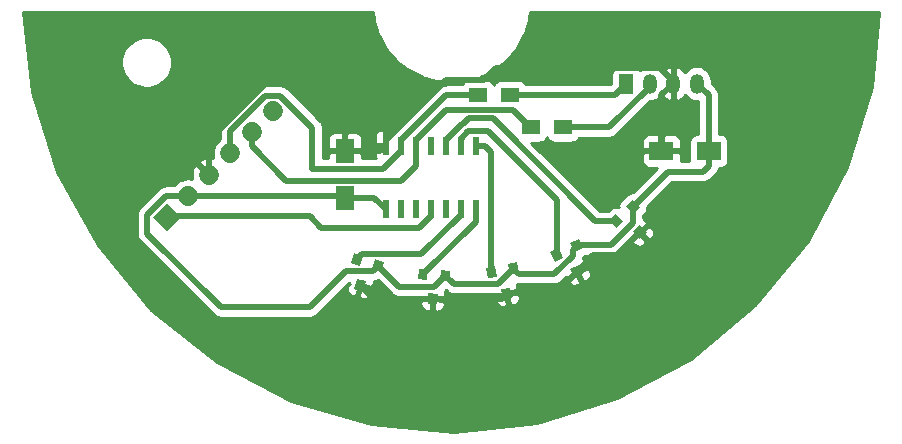
<source format=gbr>
G04 #@! TF.FileFunction,Copper,L1,Top,Signal*
%FSLAX46Y46*%
G04 Gerber Fmt 4.6, Leading zero omitted, Abs format (unit mm)*
G04 Created by KiCad (PCBNEW 4.0.6) date 03/22/18 19:19:45*
%MOMM*%
%LPD*%
G01*
G04 APERTURE LIST*
%ADD10C,0.100000*%
%ADD11R,2.000000X1.600000*%
%ADD12R,1.600000X2.000000*%
%ADD13R,1.200000X1.700000*%
%ADD14O,1.200000X1.700000*%
%ADD15R,1.500000X1.300000*%
%ADD16R,0.600000X1.500000*%
%ADD17C,1.700000*%
%ADD18C,0.500000*%
%ADD19C,0.254000*%
G04 APERTURE END LIST*
D10*
D11*
X21800000Y-12500000D03*
X17800000Y-12500000D03*
D12*
X-9000000Y-16500000D03*
X-9000000Y-12500000D03*
D13*
X14800000Y-6800000D03*
D14*
X16800000Y-6800000D03*
X18800000Y-6800000D03*
X20800000Y-6800000D03*
D15*
X2250000Y-7750000D03*
X4950000Y-7750000D03*
X6750000Y-10500000D03*
X9450000Y-10500000D03*
D16*
X-5560000Y-17450000D03*
X-4290000Y-17450000D03*
X-3020000Y-17450000D03*
X-1750000Y-17450000D03*
X-480000Y-17450000D03*
X790000Y-17450000D03*
X2060000Y-17450000D03*
X2060000Y-12050000D03*
X790000Y-12050000D03*
X-480000Y-12050000D03*
X-1750000Y-12050000D03*
X-3020000Y-12050000D03*
X-4290000Y-12050000D03*
X-5560000Y-12050000D03*
D10*
G36*
X14789283Y-17135702D02*
X15402118Y-16621472D01*
X15980627Y-17310912D01*
X15367792Y-17825142D01*
X14789283Y-17135702D01*
X14789283Y-17135702D01*
G37*
G36*
X13333798Y-18356999D02*
X13946633Y-17842769D01*
X14525142Y-18532209D01*
X13912307Y-19046439D01*
X13333798Y-18356999D01*
X13333798Y-18356999D01*
G37*
G36*
X15347116Y-19278439D02*
X15959951Y-18764209D01*
X16538460Y-19453649D01*
X15925625Y-19967879D01*
X15347116Y-19278439D01*
X15347116Y-19278439D01*
G37*
G36*
X10085673Y-20253414D02*
X10810719Y-19915319D01*
X11191075Y-20730996D01*
X10466029Y-21069091D01*
X10085673Y-20253414D01*
X10085673Y-20253414D01*
G37*
G36*
X8363688Y-21056389D02*
X9088734Y-20718294D01*
X9469090Y-21533971D01*
X8744044Y-21872066D01*
X8363688Y-21056389D01*
X8363688Y-21056389D01*
G37*
G36*
X10069917Y-22467517D02*
X10794963Y-22129422D01*
X11175319Y-22945099D01*
X10450273Y-23283194D01*
X10069917Y-22467517D01*
X10069917Y-22467517D01*
G37*
G36*
X4789854Y-22076522D02*
X5577700Y-21937603D01*
X5733984Y-22823930D01*
X4946138Y-22962849D01*
X4789854Y-22076522D01*
X4789854Y-22076522D01*
G37*
G36*
X2918719Y-22406454D02*
X3706565Y-22267535D01*
X3862849Y-23153862D01*
X3075003Y-23292781D01*
X2918719Y-22406454D01*
X2918719Y-22406454D01*
G37*
G36*
X4201583Y-24211104D02*
X4989429Y-24072185D01*
X5145713Y-24958512D01*
X4357867Y-25097431D01*
X4201583Y-24211104D01*
X4201583Y-24211104D01*
G37*
G36*
X-874867Y-22580772D02*
X-75963Y-22622641D01*
X-123065Y-23521408D01*
X-921969Y-23479539D01*
X-874867Y-22580772D01*
X-874867Y-22580772D01*
G37*
G36*
X-2772263Y-22481333D02*
X-1973359Y-22523202D01*
X-2020461Y-23421969D01*
X-2819365Y-23380100D01*
X-2772263Y-22481333D01*
X-2772263Y-22481333D01*
G37*
G36*
X-1928237Y-24528312D02*
X-1129333Y-24570181D01*
X-1176435Y-25468948D01*
X-1975339Y-25427079D01*
X-1928237Y-24528312D01*
X-1928237Y-24528312D01*
G37*
G36*
X-6450094Y-21674162D02*
X-5685050Y-21908060D01*
X-5948184Y-22768734D01*
X-6713228Y-22534836D01*
X-6450094Y-21674162D01*
X-6450094Y-21674162D01*
G37*
G36*
X-8267073Y-21118656D02*
X-7502029Y-21352554D01*
X-7765163Y-22213228D01*
X-8530207Y-21979330D01*
X-8267073Y-21118656D01*
X-8267073Y-21118656D01*
G37*
G36*
X-7943327Y-23309019D02*
X-7178283Y-23542917D01*
X-7441417Y-24403591D01*
X-8206461Y-24169693D01*
X-7943327Y-23309019D01*
X-7943327Y-23309019D01*
G37*
G36*
X-22890020Y-18092102D02*
X-24092102Y-19294184D01*
X-25294184Y-18092102D01*
X-24092102Y-16890020D01*
X-22890020Y-18092102D01*
X-22890020Y-18092102D01*
G37*
D17*
X-22296051Y-16296051D02*
X-22296051Y-16296051D01*
X-20500000Y-14500000D02*
X-20500000Y-14500000D01*
X-18703948Y-12703948D02*
X-18703948Y-12703948D01*
X-16907897Y-10907897D02*
X-16907897Y-10907897D01*
X-15111846Y-9111846D02*
X-15111846Y-9111846D01*
D18*
X-1552336Y-24998630D02*
X-6550047Y-24998630D01*
X-6550047Y-24998630D02*
X-7692372Y-23856305D01*
X-1552336Y-24998630D02*
X4259826Y-24998630D01*
X4259826Y-24998630D02*
X4673648Y-24584808D01*
X5264626Y-24500000D02*
X8828926Y-24500000D01*
X8828926Y-24500000D02*
X10622618Y-22706308D01*
X4673648Y-24584808D02*
X5179818Y-24584808D01*
X5179818Y-24584808D02*
X5264626Y-24500000D01*
X14000000Y-21308832D02*
X12020094Y-21308832D01*
X12020094Y-21308832D02*
X10622618Y-22706308D01*
X15942788Y-19366044D02*
X14000000Y-21308832D01*
X-15413967Y-6500000D02*
X-13500000Y-6500000D01*
X-13500000Y-6500000D02*
X-9000000Y-11000000D01*
X-9000000Y-11000000D02*
X-9000000Y-12500000D01*
X-20500000Y-14500000D02*
X-20500000Y-11586033D01*
X-20500000Y-11586033D02*
X-15413967Y-6500000D01*
X-460000Y-6500000D02*
X-5560000Y-11600000D01*
X2750000Y-6500000D02*
X-460000Y-6500000D01*
X-5560000Y-11600000D02*
X-5560000Y-12050000D01*
X3800000Y-5450000D02*
X2750000Y-6500000D01*
X18800000Y-6800000D02*
X18800000Y-6550000D01*
X18800000Y-6550000D02*
X17700000Y-5450000D01*
X17700000Y-5450000D02*
X3800000Y-5450000D01*
X-9000000Y-12500000D02*
X-6010000Y-12500000D01*
X-6010000Y-12500000D02*
X-5560000Y-12050000D01*
X17800000Y-12500000D02*
X17800000Y-7800000D01*
X17800000Y-7800000D02*
X18800000Y-6800000D01*
X9450000Y-10500000D02*
X13350000Y-10500000D01*
X13350000Y-10500000D02*
X16800000Y-7050000D01*
X16800000Y-7050000D02*
X16800000Y-6800000D01*
X13929470Y-18444604D02*
X12194604Y-18444604D01*
X12194604Y-18444604D02*
X3500000Y-9750000D01*
X3500000Y-9750000D02*
X1510033Y-9750000D01*
X1510033Y-9750000D02*
X1010033Y-10250000D01*
X1010033Y-10250000D02*
X870000Y-10250000D01*
X870000Y-10250000D02*
X-480000Y-11600000D01*
X-480000Y-11600000D02*
X-480000Y-12050000D01*
X8916389Y-21295180D02*
X8916389Y-16666389D01*
X8916389Y-16666389D02*
X3099999Y-10849999D01*
X1399999Y-10849999D02*
X790000Y-11459998D01*
X3099999Y-10849999D02*
X1399999Y-10849999D01*
X790000Y-11459998D02*
X790000Y-12050000D01*
X-19500000Y-25750000D02*
X-25744194Y-19505806D01*
X-25744194Y-19505806D02*
X-25744194Y-17905700D01*
X-24134545Y-16296051D02*
X-23498132Y-16296051D01*
X-25744194Y-17905700D02*
X-24134545Y-16296051D01*
X-23498132Y-16296051D02*
X-22296051Y-16296051D01*
X-12000000Y-25750000D02*
X-19500000Y-25750000D01*
X-8913238Y-22663238D02*
X-12000000Y-25750000D01*
X-6199139Y-22221448D02*
X-6640929Y-22663238D01*
X-6640929Y-22663238D02*
X-8913238Y-22663238D01*
X13507795Y-20492205D02*
X13507795Y-20481348D01*
X13507795Y-20481348D02*
X15384955Y-18604188D01*
X15384955Y-18604188D02*
X15384955Y-17910740D01*
X15384955Y-17910740D02*
X15384955Y-17223307D01*
X10638374Y-20492205D02*
X13507795Y-20492205D01*
X5261919Y-22450226D02*
X5721076Y-22909383D01*
X5721076Y-22909383D02*
X8730089Y-22909383D01*
X8730089Y-22909383D02*
X10266670Y-21372802D01*
X10266670Y-21372802D02*
X10266670Y-20863909D01*
X10266670Y-20863909D02*
X10638374Y-20492205D01*
X250000Y-23750000D02*
X3962145Y-23750000D01*
X3962145Y-23750000D02*
X5261919Y-22450226D01*
X2402Y-23502402D02*
X250000Y-23750000D01*
X-498966Y-23051090D02*
X-47654Y-23502402D01*
X-47654Y-23502402D02*
X2402Y-23502402D01*
X-6199139Y-22221448D02*
X-4420587Y-24000000D01*
X-4420587Y-24000000D02*
X-1447876Y-24000000D01*
X-1447876Y-24000000D02*
X-498966Y-23051090D01*
X21800000Y-12500000D02*
X21800000Y-13800000D01*
X21800000Y-13800000D02*
X21350000Y-14250000D01*
X21350000Y-14250000D02*
X18358262Y-14250000D01*
X18358262Y-14250000D02*
X15384955Y-17223307D01*
X-22296051Y-16296051D02*
X-9203949Y-16296051D01*
X-9203949Y-16296051D02*
X-9000000Y-16500000D01*
X-9000000Y-16500000D02*
X-6510000Y-16500000D01*
X-6510000Y-16500000D02*
X-5560000Y-17450000D01*
X21800000Y-12500000D02*
X21800000Y-7800000D01*
X21800000Y-7800000D02*
X20800000Y-6800000D01*
X3390784Y-22780158D02*
X3390784Y-12580784D01*
X3390784Y-12580784D02*
X2860000Y-12050000D01*
X2860000Y-12050000D02*
X2060000Y-12050000D01*
X-2396362Y-22951651D02*
X2060000Y-18495289D01*
X2060000Y-18495289D02*
X2060000Y-17450000D01*
X-8016118Y-21665942D02*
X-7574328Y-21224152D01*
X-7574328Y-21224152D02*
X-2534152Y-21224152D01*
X-2534152Y-21224152D02*
X790000Y-17900000D01*
X790000Y-17900000D02*
X790000Y-17450000D01*
X-11750000Y-14000000D02*
X-5790000Y-14000000D01*
X-5790000Y-14000000D02*
X-4290000Y-12500000D01*
X-4290000Y-12500000D02*
X-4290000Y-12050000D01*
X-11750000Y-10549690D02*
X-11750000Y-14000000D01*
X-18703948Y-12703948D02*
X-18703948Y-10779946D01*
X-18703948Y-10779946D02*
X-15735847Y-7811845D01*
X-15735847Y-7811845D02*
X-14487845Y-7811845D01*
X-14487845Y-7811845D02*
X-11750000Y-10549690D01*
X-440000Y-7750000D02*
X-4290000Y-11600000D01*
X2250000Y-7750000D02*
X-440000Y-7750000D01*
X-4290000Y-11600000D02*
X-4290000Y-12050000D01*
X-16907897Y-10907897D02*
X-16907897Y-12109978D01*
X-16907897Y-12109978D02*
X-14017875Y-15000000D01*
X-14017875Y-15000000D02*
X-4250000Y-15000000D01*
X-4250000Y-15000000D02*
X-3020000Y-13770000D01*
X-3020000Y-13770000D02*
X-3020000Y-12050000D01*
X6750000Y-10500000D02*
X6650000Y-10500000D01*
X6650000Y-10500000D02*
X5199989Y-9049989D01*
X5199989Y-9049989D02*
X-469989Y-9049989D01*
X-469989Y-9049989D02*
X-3020000Y-11600000D01*
X-3020000Y-11600000D02*
X-3020000Y-12050000D01*
X-24092102Y-18092102D02*
X-24000000Y-18000000D01*
X-24000000Y-18000000D02*
X-12000000Y-18000000D01*
X-12000000Y-18000000D02*
X-11000000Y-19000000D01*
X-11000000Y-19000000D02*
X-2709998Y-19000000D01*
X-2709998Y-19000000D02*
X-1750000Y-18040002D01*
X-1750000Y-18040002D02*
X-1750000Y-17450000D01*
X4950000Y-7750000D02*
X13850000Y-7750000D01*
X13850000Y-7750000D02*
X14800000Y-6800000D01*
X14800000Y-7050000D02*
X14800000Y-6800000D01*
D19*
G36*
X-6574461Y-1326613D02*
X-6561094Y-1389500D01*
X-6548583Y-1452683D01*
X-6545651Y-1462153D01*
X-6191577Y-2578334D01*
X-6166247Y-2637433D01*
X-6141705Y-2696976D01*
X-6136990Y-2705696D01*
X-5572859Y-3731847D01*
X-5536510Y-3784934D01*
X-5500892Y-3838543D01*
X-5494573Y-3846181D01*
X-4741871Y-4743215D01*
X-4695908Y-4788226D01*
X-4650551Y-4833901D01*
X-4642869Y-4840166D01*
X-3730268Y-5573916D01*
X-3676454Y-5609131D01*
X-3623072Y-5645137D01*
X-3614319Y-5649791D01*
X-2576580Y-6192308D01*
X-2516922Y-6216411D01*
X-2457593Y-6241351D01*
X-2448103Y-6244216D01*
X-1324751Y-6574837D01*
X-1261547Y-6586894D01*
X-1198503Y-6599835D01*
X-1188639Y-6600802D01*
X-1188637Y-6600802D01*
X-22461Y-6706932D01*
X41855Y-6706483D01*
X106238Y-6706932D01*
X116104Y-6705965D01*
X1108094Y-6601701D01*
X1077441Y-6621900D01*
X960975Y-6758550D01*
X912991Y-6865000D01*
X-440000Y-6865000D01*
X-521401Y-6872982D01*
X-602797Y-6880103D01*
X-607264Y-6881401D01*
X-611897Y-6881855D01*
X-690148Y-6905480D01*
X-768661Y-6928290D01*
X-772795Y-6930433D01*
X-777247Y-6931777D01*
X-849370Y-6970125D01*
X-922006Y-7007776D01*
X-925646Y-7010682D01*
X-929752Y-7012865D01*
X-993071Y-7064507D01*
X-1056991Y-7115534D01*
X-1063470Y-7121923D01*
X-1063601Y-7122030D01*
X-1063701Y-7122151D01*
X-1065790Y-7124211D01*
X-4604678Y-10663099D01*
X-4691121Y-10669992D01*
X-4862634Y-10723106D01*
X-4921933Y-10762181D01*
X-4959215Y-10737270D01*
X-5074777Y-10689403D01*
X-5197458Y-10665000D01*
X-5274250Y-10665000D01*
X-5433000Y-10823750D01*
X-5433000Y-11923000D01*
X-5413000Y-11923000D01*
X-5413000Y-12177000D01*
X-5433000Y-12177000D01*
X-5433000Y-12197000D01*
X-5687000Y-12197000D01*
X-5687000Y-12177000D01*
X-6336250Y-12177000D01*
X-6495000Y-12335750D01*
X-6495000Y-12862542D01*
X-6470597Y-12985223D01*
X-6422730Y-13100785D01*
X-6413232Y-13115000D01*
X-7565000Y-13115000D01*
X-7565000Y-12785750D01*
X-7723750Y-12627000D01*
X-8873000Y-12627000D01*
X-8873000Y-12647000D01*
X-9127000Y-12647000D01*
X-9127000Y-12627000D01*
X-10276250Y-12627000D01*
X-10435000Y-12785750D01*
X-10435000Y-13115000D01*
X-10865000Y-13115000D01*
X-10865000Y-11437458D01*
X-10435000Y-11437458D01*
X-10435000Y-12214250D01*
X-10276250Y-12373000D01*
X-9127000Y-12373000D01*
X-9127000Y-11023750D01*
X-8873000Y-11023750D01*
X-8873000Y-12373000D01*
X-7723750Y-12373000D01*
X-7565000Y-12214250D01*
X-7565000Y-11437458D01*
X-7589403Y-11314777D01*
X-7621429Y-11237458D01*
X-6495000Y-11237458D01*
X-6495000Y-11764250D01*
X-6336250Y-11923000D01*
X-5687000Y-11923000D01*
X-5687000Y-10823750D01*
X-5845750Y-10665000D01*
X-5922542Y-10665000D01*
X-6045223Y-10689403D01*
X-6160785Y-10737270D01*
X-6264789Y-10806763D01*
X-6353237Y-10895211D01*
X-6422730Y-10999215D01*
X-6470597Y-11114777D01*
X-6495000Y-11237458D01*
X-7621429Y-11237458D01*
X-7637270Y-11199215D01*
X-7706763Y-11095211D01*
X-7795211Y-11006763D01*
X-7899215Y-10937270D01*
X-8014777Y-10889403D01*
X-8137458Y-10865000D01*
X-8714250Y-10865000D01*
X-8873000Y-11023750D01*
X-9127000Y-11023750D01*
X-9285750Y-10865000D01*
X-9862542Y-10865000D01*
X-9985223Y-10889403D01*
X-10100785Y-10937270D01*
X-10204789Y-11006763D01*
X-10293237Y-11095211D01*
X-10362730Y-11199215D01*
X-10410597Y-11314777D01*
X-10435000Y-11437458D01*
X-10865000Y-11437458D01*
X-10865000Y-10549690D01*
X-10872973Y-10468375D01*
X-10880102Y-10386894D01*
X-10881401Y-10382423D01*
X-10881855Y-10377793D01*
X-10905461Y-10299605D01*
X-10928289Y-10221030D01*
X-10930434Y-10216893D01*
X-10931777Y-10212443D01*
X-10970127Y-10140317D01*
X-11007776Y-10067685D01*
X-11010680Y-10064047D01*
X-11012865Y-10059938D01*
X-11064500Y-9996628D01*
X-11115533Y-9932699D01*
X-11121924Y-9926218D01*
X-11122030Y-9926089D01*
X-11122150Y-9925990D01*
X-11124210Y-9923901D01*
X-13862055Y-7186055D01*
X-13925271Y-7134129D01*
X-13987849Y-7081620D01*
X-13991926Y-7079379D01*
X-13995523Y-7076424D01*
X-14067553Y-7037802D01*
X-14139206Y-6998410D01*
X-14143645Y-6997002D01*
X-14147744Y-6994804D01*
X-14225871Y-6970918D01*
X-14303843Y-6946184D01*
X-14308471Y-6945665D01*
X-14312919Y-6944305D01*
X-14394184Y-6936051D01*
X-14475488Y-6926931D01*
X-14484592Y-6926868D01*
X-14484756Y-6926851D01*
X-14484909Y-6926865D01*
X-14487845Y-6926845D01*
X-15735847Y-6926845D01*
X-15817207Y-6934823D01*
X-15898643Y-6941947D01*
X-15903114Y-6943246D01*
X-15907744Y-6943700D01*
X-15985932Y-6967306D01*
X-16064507Y-6990134D01*
X-16068644Y-6992279D01*
X-16073094Y-6993622D01*
X-16145220Y-7031972D01*
X-16217852Y-7069621D01*
X-16221490Y-7072525D01*
X-16225599Y-7074710D01*
X-16288909Y-7126345D01*
X-16352838Y-7177378D01*
X-16359319Y-7183769D01*
X-16359448Y-7183875D01*
X-16359547Y-7183995D01*
X-16361636Y-7186055D01*
X-19329738Y-10154156D01*
X-19381664Y-10217372D01*
X-19434173Y-10279950D01*
X-19436414Y-10284027D01*
X-19439369Y-10287624D01*
X-19477991Y-10359654D01*
X-19517383Y-10431307D01*
X-19518791Y-10435746D01*
X-19520989Y-10439845D01*
X-19544875Y-10517972D01*
X-19569609Y-10595944D01*
X-19570128Y-10600572D01*
X-19571488Y-10605020D01*
X-19579742Y-10686285D01*
X-19588862Y-10767589D01*
X-19588925Y-10776693D01*
X-19588942Y-10776857D01*
X-19588928Y-10777010D01*
X-19588948Y-10779946D01*
X-19588948Y-11509693D01*
X-19751727Y-11641508D01*
X-19937244Y-11864173D01*
X-20075979Y-12118631D01*
X-20162647Y-12395190D01*
X-20193948Y-12683316D01*
X-20168688Y-12972035D01*
X-20141292Y-13066334D01*
X-20278094Y-13031669D01*
X-20568815Y-13016591D01*
X-20856892Y-13058520D01*
X-21131253Y-13155844D01*
X-21266918Y-13228363D01*
X-21343688Y-13476707D01*
X-20500000Y-14320395D01*
X-20485857Y-14306253D01*
X-20306252Y-14485858D01*
X-20320395Y-14500000D01*
X-20306252Y-14514143D01*
X-20485857Y-14693748D01*
X-20500000Y-14679605D01*
X-20514142Y-14693748D01*
X-20693747Y-14514143D01*
X-20679605Y-14500000D01*
X-21523293Y-13656312D01*
X-21771637Y-13733082D01*
X-21844156Y-13868747D01*
X-21941480Y-14143108D01*
X-21983409Y-14431185D01*
X-21968331Y-14721906D01*
X-21933895Y-14857805D01*
X-22007611Y-14835268D01*
X-22295948Y-14805979D01*
X-22584484Y-14833254D01*
X-22862225Y-14916052D01*
X-23118596Y-15051221D01*
X-23343830Y-15233611D01*
X-23491667Y-15411051D01*
X-24134545Y-15411051D01*
X-24215946Y-15419033D01*
X-24297342Y-15426154D01*
X-24301809Y-15427452D01*
X-24306442Y-15427906D01*
X-24384693Y-15451531D01*
X-24463206Y-15474341D01*
X-24467340Y-15476484D01*
X-24471792Y-15477828D01*
X-24543915Y-15516176D01*
X-24616551Y-15553827D01*
X-24620191Y-15556733D01*
X-24624297Y-15558916D01*
X-24687616Y-15610558D01*
X-24751536Y-15661585D01*
X-24758015Y-15667974D01*
X-24758146Y-15668081D01*
X-24758246Y-15668202D01*
X-24760335Y-15670262D01*
X-26369984Y-17279910D01*
X-26421910Y-17343126D01*
X-26474419Y-17405704D01*
X-26476660Y-17409781D01*
X-26479615Y-17413378D01*
X-26518237Y-17485408D01*
X-26557629Y-17557061D01*
X-26559037Y-17561500D01*
X-26561235Y-17565599D01*
X-26585121Y-17643726D01*
X-26609855Y-17721698D01*
X-26610374Y-17726326D01*
X-26611734Y-17730774D01*
X-26619988Y-17812039D01*
X-26629108Y-17893343D01*
X-26629171Y-17902447D01*
X-26629188Y-17902611D01*
X-26629174Y-17902764D01*
X-26629194Y-17905700D01*
X-26629194Y-19505806D01*
X-26621217Y-19587162D01*
X-26614092Y-19668602D01*
X-26612793Y-19673073D01*
X-26612339Y-19677703D01*
X-26588719Y-19755937D01*
X-26565904Y-19834466D01*
X-26563762Y-19838599D01*
X-26562417Y-19843053D01*
X-26524059Y-19915194D01*
X-26486418Y-19987812D01*
X-26483512Y-19991452D01*
X-26481329Y-19995558D01*
X-26429687Y-20058877D01*
X-26378660Y-20122797D01*
X-26372267Y-20129280D01*
X-26372164Y-20129407D01*
X-26372047Y-20129504D01*
X-26369984Y-20131596D01*
X-20125789Y-26375790D01*
X-20062598Y-26427696D01*
X-19999996Y-26480225D01*
X-19995919Y-26482466D01*
X-19992322Y-26485421D01*
X-19920292Y-26524043D01*
X-19848639Y-26563435D01*
X-19844200Y-26564843D01*
X-19840101Y-26567041D01*
X-19761974Y-26590927D01*
X-19684002Y-26615661D01*
X-19679374Y-26616180D01*
X-19674926Y-26617540D01*
X-19593661Y-26625794D01*
X-19512357Y-26634914D01*
X-19503253Y-26634977D01*
X-19503089Y-26634994D01*
X-19502936Y-26634980D01*
X-19500000Y-26635000D01*
X-12000000Y-26635000D01*
X-11918644Y-26627023D01*
X-11837204Y-26619898D01*
X-11832733Y-26618599D01*
X-11828103Y-26618145D01*
X-11749869Y-26594525D01*
X-11671340Y-26571710D01*
X-11667207Y-26569568D01*
X-11662753Y-26568223D01*
X-11590612Y-26529865D01*
X-11517994Y-26492224D01*
X-11514354Y-26489318D01*
X-11510248Y-26487135D01*
X-11446929Y-26435493D01*
X-11383009Y-26384466D01*
X-11376526Y-26378073D01*
X-11376399Y-26377970D01*
X-11376302Y-26377853D01*
X-11374210Y-26375790D01*
X-10454723Y-25456302D01*
X-2612742Y-25456302D01*
X-2594793Y-25580092D01*
X-2553040Y-25698001D01*
X-2489085Y-25805499D01*
X-2405387Y-25898455D01*
X-2305163Y-25973296D01*
X-2192264Y-26027145D01*
X-2071029Y-26057935D01*
X-1946116Y-26064482D01*
X-1894479Y-26067188D01*
X-1742402Y-25930257D01*
X-1473986Y-25930257D01*
X-1323762Y-26097098D01*
X-1272125Y-26099804D01*
X-1147212Y-26106351D01*
X-1023422Y-26088402D01*
X-905514Y-26046648D01*
X-798015Y-25982694D01*
X-705059Y-25898996D01*
X-630218Y-25798771D01*
X-576369Y-25685873D01*
X-545579Y-25564637D01*
X-533709Y-25338156D01*
X-683934Y-25171315D01*
X-1432157Y-25132103D01*
X-1473986Y-25930257D01*
X-1742402Y-25930257D01*
X-1727638Y-25916964D01*
X-1685809Y-25118809D01*
X-2434032Y-25079597D01*
X-2600873Y-25229821D01*
X-2612742Y-25456302D01*
X-10454723Y-25456302D01*
X-10044364Y-25045943D01*
X3703992Y-25045943D01*
X3743374Y-25269289D01*
X3788710Y-25385869D01*
X3855916Y-25491363D01*
X3942414Y-25581720D01*
X4044877Y-25653465D01*
X4159368Y-25703842D01*
X4281487Y-25730915D01*
X4406541Y-25733644D01*
X4529725Y-25711923D01*
X4580647Y-25702944D01*
X4709419Y-25519039D01*
X4570631Y-24731932D01*
X3832764Y-24862038D01*
X3703992Y-25045943D01*
X-10044364Y-25045943D01*
X-8684276Y-23685855D01*
X-8567468Y-23721566D01*
X-8765693Y-23826964D01*
X-8832000Y-24043847D01*
X-8844532Y-24168302D01*
X-8832544Y-24292809D01*
X-8796495Y-24412587D01*
X-8737771Y-24523029D01*
X-8658630Y-24619894D01*
X-8562112Y-24699456D01*
X-8451926Y-24758661D01*
X-8332308Y-24795232D01*
X-8282859Y-24810350D01*
X-8224299Y-24779213D01*
X-7841731Y-24779213D01*
X-7736331Y-24977441D01*
X-7686883Y-24992559D01*
X-7567264Y-25029130D01*
X-7442809Y-25041662D01*
X-7318302Y-25029673D01*
X-7198524Y-24993625D01*
X-7088081Y-24934901D01*
X-6991217Y-24855759D01*
X-6911655Y-24759242D01*
X-6852449Y-24649056D01*
X-6786142Y-24432174D01*
X-6891541Y-24233946D01*
X-7608053Y-24014887D01*
X-7841731Y-24779213D01*
X-8224299Y-24779213D01*
X-8084632Y-24704951D01*
X-7850954Y-23940624D01*
X-7870080Y-23934777D01*
X-7795817Y-23691875D01*
X-7776691Y-23697723D01*
X-7770844Y-23678597D01*
X-7527942Y-23752860D01*
X-7533790Y-23771986D01*
X-6817279Y-23991045D01*
X-6619051Y-23885646D01*
X-6552744Y-23668763D01*
X-6540212Y-23544308D01*
X-6540760Y-23538615D01*
X-6478133Y-23533136D01*
X-6473662Y-23531837D01*
X-6469032Y-23531383D01*
X-6390798Y-23507763D01*
X-6312269Y-23484948D01*
X-6308136Y-23482806D01*
X-6303682Y-23481461D01*
X-6231541Y-23443103D01*
X-6229909Y-23442257D01*
X-5046377Y-24625789D01*
X-4983217Y-24677669D01*
X-4920583Y-24730225D01*
X-4916502Y-24732468D01*
X-4912909Y-24735420D01*
X-4840934Y-24774013D01*
X-4769226Y-24813435D01*
X-4764785Y-24814844D01*
X-4760689Y-24817040D01*
X-4682593Y-24840917D01*
X-4604589Y-24865661D01*
X-4599961Y-24866180D01*
X-4595513Y-24867540D01*
X-4514243Y-24875795D01*
X-4432944Y-24884914D01*
X-4423841Y-24884977D01*
X-4423677Y-24884994D01*
X-4423524Y-24884980D01*
X-4420587Y-24885000D01*
X-1447876Y-24885000D01*
X-1394244Y-24879741D01*
X-670640Y-24917663D01*
X-503799Y-24767439D01*
X-499627Y-24687825D01*
X4820772Y-24687825D01*
X4959560Y-25474933D01*
X5143465Y-25603704D01*
X5194388Y-25594725D01*
X5317571Y-25573005D01*
X5434151Y-25527669D01*
X5539645Y-25460462D01*
X5630002Y-25373965D01*
X5701747Y-25271502D01*
X5752124Y-25157011D01*
X5779197Y-25034892D01*
X5781926Y-24909837D01*
X5742544Y-24686491D01*
X5558639Y-24557719D01*
X4820772Y-24687825D01*
X-499627Y-24687825D01*
X-491930Y-24540958D01*
X-509879Y-24417168D01*
X-536967Y-24340671D01*
X-473938Y-24277642D01*
X-375790Y-24375789D01*
X-312630Y-24427669D01*
X-249996Y-24480225D01*
X-245915Y-24482468D01*
X-242322Y-24485420D01*
X-170347Y-24524013D01*
X-98639Y-24563435D01*
X-94198Y-24564844D01*
X-90102Y-24567040D01*
X-11994Y-24590921D01*
X65998Y-24615661D01*
X70625Y-24616180D01*
X75073Y-24617540D01*
X156349Y-24625795D01*
X237643Y-24634914D01*
X246746Y-24634977D01*
X246910Y-24634994D01*
X247063Y-24634980D01*
X250000Y-24635000D01*
X3962145Y-24635000D01*
X4043501Y-24627023D01*
X4124941Y-24619898D01*
X4129412Y-24618599D01*
X4134042Y-24618145D01*
X4212276Y-24594525D01*
X4290805Y-24571710D01*
X4294938Y-24569568D01*
X4299392Y-24568223D01*
X4371533Y-24529865D01*
X4432188Y-24498425D01*
X4526524Y-24481791D01*
X4523051Y-24462095D01*
X4773192Y-24417988D01*
X4776665Y-24437684D01*
X5514532Y-24307578D01*
X5643304Y-24123673D01*
X5603922Y-23900327D01*
X5558586Y-23783747D01*
X5554798Y-23777801D01*
X5627415Y-23785177D01*
X5708719Y-23794297D01*
X5717823Y-23794360D01*
X5717987Y-23794377D01*
X5718140Y-23794363D01*
X5721076Y-23794383D01*
X8730089Y-23794383D01*
X8811445Y-23786406D01*
X8892885Y-23779281D01*
X8897356Y-23777982D01*
X8901986Y-23777528D01*
X8980220Y-23753908D01*
X9058749Y-23731093D01*
X9062882Y-23728951D01*
X9067336Y-23727606D01*
X9139477Y-23689248D01*
X9212095Y-23651607D01*
X9215735Y-23648701D01*
X9219841Y-23646518D01*
X9283160Y-23594876D01*
X9347080Y-23543849D01*
X9353563Y-23537456D01*
X9353690Y-23537353D01*
X9353787Y-23537236D01*
X9355879Y-23535173D01*
X9704543Y-23186509D01*
X9738263Y-23258821D01*
X9882137Y-23191732D01*
X9805353Y-23402695D01*
X9901199Y-23608239D01*
X9975163Y-23709112D01*
X10067384Y-23793618D01*
X10174320Y-23858508D01*
X10291861Y-23901290D01*
X10415489Y-23920318D01*
X10540453Y-23914861D01*
X10661953Y-23885131D01*
X10775318Y-23832268D01*
X10822181Y-23810415D01*
X10898967Y-23599448D01*
X10561189Y-22875082D01*
X10543063Y-22883534D01*
X10489067Y-22767737D01*
X10791392Y-22767737D01*
X11129169Y-23492103D01*
X11340136Y-23568889D01*
X11387000Y-23547036D01*
X11500364Y-23494173D01*
X11601238Y-23420209D01*
X11685743Y-23327989D01*
X11750634Y-23221053D01*
X11793415Y-23103512D01*
X11812443Y-22979883D01*
X11806987Y-22854919D01*
X11777256Y-22733419D01*
X11681410Y-22527876D01*
X11470443Y-22451090D01*
X10791392Y-22767737D01*
X10489067Y-22767737D01*
X10435718Y-22653331D01*
X10453844Y-22644879D01*
X10445392Y-22626753D01*
X10675595Y-22519408D01*
X10684047Y-22537534D01*
X11363098Y-22220888D01*
X11439883Y-22009921D01*
X11344037Y-21804377D01*
X11270073Y-21703504D01*
X11177852Y-21618998D01*
X11123135Y-21585795D01*
X11132331Y-21556804D01*
X11132850Y-21552176D01*
X11134210Y-21547728D01*
X11142469Y-21466418D01*
X11143502Y-21457214D01*
X11315081Y-21377205D01*
X13507795Y-21377205D01*
X13590706Y-21369075D01*
X13673627Y-21361529D01*
X13676604Y-21360653D01*
X13679692Y-21360350D01*
X13759373Y-21336293D01*
X13839322Y-21312763D01*
X13842075Y-21311324D01*
X13845042Y-21310428D01*
X13918572Y-21271331D01*
X13992388Y-21232741D01*
X13994804Y-21230798D01*
X13997547Y-21229340D01*
X14062128Y-21176669D01*
X14126997Y-21124513D01*
X14128991Y-21122136D01*
X14131396Y-21120175D01*
X14183353Y-21057370D01*
X15177062Y-20063661D01*
X15231567Y-20128618D01*
X15353176Y-20026576D01*
X15333609Y-20250226D01*
X15479388Y-20423959D01*
X15576939Y-20502252D01*
X15687889Y-20560010D01*
X15807977Y-20595012D01*
X15932585Y-20605914D01*
X16056926Y-20592296D01*
X16176220Y-20554683D01*
X16285885Y-20494518D01*
X16381705Y-20414116D01*
X16421315Y-20380879D01*
X16440882Y-20157227D01*
X15927134Y-19544966D01*
X15911814Y-19557821D01*
X15807371Y-19433352D01*
X15859024Y-19381698D01*
X16121710Y-19381698D01*
X16635458Y-19993959D01*
X16859110Y-20013526D01*
X16898720Y-19980288D01*
X16994540Y-19899886D01*
X17072833Y-19802334D01*
X17130591Y-19691384D01*
X17165593Y-19571297D01*
X17176495Y-19446689D01*
X17162877Y-19322348D01*
X17125264Y-19203054D01*
X17065100Y-19093389D01*
X16919321Y-18919656D01*
X16695668Y-18900089D01*
X16121710Y-19381698D01*
X15859024Y-19381698D01*
X16010744Y-19229978D01*
X16062646Y-19166791D01*
X16115180Y-19104184D01*
X16117421Y-19100107D01*
X16120376Y-19096510D01*
X16158998Y-19024480D01*
X16164759Y-19014002D01*
X16532400Y-18705514D01*
X16551967Y-18481862D01*
X16406188Y-18308129D01*
X16308637Y-18229836D01*
X16269955Y-18209699D01*
X16269955Y-17901081D01*
X16390772Y-17799703D01*
X16463052Y-17728527D01*
X16560297Y-17577593D01*
X16611643Y-17405542D01*
X16612863Y-17246979D01*
X18724841Y-15135000D01*
X21350000Y-15135000D01*
X21431356Y-15127023D01*
X21512796Y-15119898D01*
X21517267Y-15118599D01*
X21521897Y-15118145D01*
X21600131Y-15094525D01*
X21678660Y-15071710D01*
X21682793Y-15069568D01*
X21687247Y-15068223D01*
X21759388Y-15029865D01*
X21832006Y-14992224D01*
X21835646Y-14989318D01*
X21839752Y-14987135D01*
X21903071Y-14935493D01*
X21966991Y-14884466D01*
X21973474Y-14878073D01*
X21973601Y-14877970D01*
X21973698Y-14877853D01*
X21975790Y-14875790D01*
X22425789Y-14425790D01*
X22477691Y-14362603D01*
X22530225Y-14299996D01*
X22532466Y-14295919D01*
X22535421Y-14292322D01*
X22574043Y-14220292D01*
X22613435Y-14148639D01*
X22614843Y-14144200D01*
X22617041Y-14140101D01*
X22640927Y-14061974D01*
X22665661Y-13984002D01*
X22666180Y-13979374D01*
X22667540Y-13974926D01*
X22671283Y-13938072D01*
X22800000Y-13938072D01*
X22901121Y-13930008D01*
X23072634Y-13876894D01*
X23222559Y-13778100D01*
X23339025Y-13641450D01*
X23412810Y-13477763D01*
X23438072Y-13300000D01*
X23438072Y-11700000D01*
X23430008Y-11598879D01*
X23376894Y-11427366D01*
X23278100Y-11277441D01*
X23141450Y-11160975D01*
X22977763Y-11087190D01*
X22800000Y-11061928D01*
X22685000Y-11061928D01*
X22685000Y-7800000D01*
X22677027Y-7718685D01*
X22669898Y-7637204D01*
X22668599Y-7632733D01*
X22668145Y-7628103D01*
X22644539Y-7549915D01*
X22621711Y-7471340D01*
X22619566Y-7467203D01*
X22618223Y-7462753D01*
X22579873Y-7390627D01*
X22542224Y-7317995D01*
X22539320Y-7314357D01*
X22537135Y-7310248D01*
X22485500Y-7246938D01*
X22434467Y-7183009D01*
X22428076Y-7176528D01*
X22427970Y-7176399D01*
X22427850Y-7176300D01*
X22425790Y-7174211D01*
X22035000Y-6783421D01*
X22035000Y-6542815D01*
X22011480Y-6302936D01*
X21941814Y-6072193D01*
X21828658Y-5859376D01*
X21676320Y-5672592D01*
X21490603Y-5518954D01*
X21278582Y-5404314D01*
X21048331Y-5333040D01*
X20808622Y-5307845D01*
X20568584Y-5329690D01*
X20337361Y-5397743D01*
X20123759Y-5509411D01*
X19935916Y-5660441D01*
X19805853Y-5815444D01*
X19795009Y-5797724D01*
X19629128Y-5618062D01*
X19431384Y-5474214D01*
X19209377Y-5371708D01*
X19117609Y-5356538D01*
X18927000Y-5481269D01*
X18927000Y-6673000D01*
X18947000Y-6673000D01*
X18947000Y-6927000D01*
X18927000Y-6927000D01*
X18927000Y-8118731D01*
X19117609Y-8243462D01*
X19209377Y-8228292D01*
X19431384Y-8125786D01*
X19629128Y-7981938D01*
X19795009Y-7802276D01*
X19806419Y-7783632D01*
X19923680Y-7927408D01*
X20109397Y-8081046D01*
X20321418Y-8195686D01*
X20551669Y-8266960D01*
X20791378Y-8292155D01*
X20915000Y-8280905D01*
X20915000Y-11061928D01*
X20800000Y-11061928D01*
X20698879Y-11069992D01*
X20527366Y-11123106D01*
X20377441Y-11221900D01*
X20260975Y-11358550D01*
X20187190Y-11522237D01*
X20161928Y-11700000D01*
X20161928Y-13300000D01*
X20167111Y-13365000D01*
X19434511Y-13365000D01*
X19435000Y-13362542D01*
X19435000Y-12785750D01*
X19276250Y-12627000D01*
X17927000Y-12627000D01*
X17927000Y-12647000D01*
X17673000Y-12647000D01*
X17673000Y-12627000D01*
X16323750Y-12627000D01*
X16165000Y-12785750D01*
X16165000Y-13362542D01*
X16189403Y-13485223D01*
X16237270Y-13600785D01*
X16306763Y-13704789D01*
X16395211Y-13793237D01*
X16499215Y-13862730D01*
X16614777Y-13910597D01*
X16737458Y-13935000D01*
X17421683Y-13935000D01*
X15367222Y-15989460D01*
X15317205Y-15989075D01*
X15144385Y-16037769D01*
X14991973Y-16132681D01*
X14379138Y-16646911D01*
X14306858Y-16718087D01*
X14209613Y-16869021D01*
X14158267Y-17041072D01*
X14156886Y-17220615D01*
X14164775Y-17248613D01*
X14041263Y-17211753D01*
X13861720Y-17210372D01*
X13688900Y-17259066D01*
X13536488Y-17353978D01*
X13291433Y-17559604D01*
X12561183Y-17559604D01*
X6789652Y-11788072D01*
X7500000Y-11788072D01*
X7601121Y-11780008D01*
X7772634Y-11726894D01*
X7922559Y-11628100D01*
X8039025Y-11491450D01*
X8101498Y-11352858D01*
X8123106Y-11422634D01*
X8221900Y-11572559D01*
X8358550Y-11689025D01*
X8522237Y-11762810D01*
X8700000Y-11788072D01*
X10200000Y-11788072D01*
X10301121Y-11780008D01*
X10472634Y-11726894D01*
X10608357Y-11637458D01*
X16165000Y-11637458D01*
X16165000Y-12214250D01*
X16323750Y-12373000D01*
X17673000Y-12373000D01*
X17673000Y-11223750D01*
X17927000Y-11223750D01*
X17927000Y-12373000D01*
X19276250Y-12373000D01*
X19435000Y-12214250D01*
X19435000Y-11637458D01*
X19410597Y-11514777D01*
X19362730Y-11399215D01*
X19293237Y-11295211D01*
X19204789Y-11206763D01*
X19100785Y-11137270D01*
X18985223Y-11089403D01*
X18862542Y-11065000D01*
X18085750Y-11065000D01*
X17927000Y-11223750D01*
X17673000Y-11223750D01*
X17514250Y-11065000D01*
X16737458Y-11065000D01*
X16614777Y-11089403D01*
X16499215Y-11137270D01*
X16395211Y-11206763D01*
X16306763Y-11295211D01*
X16237270Y-11399215D01*
X16189403Y-11514777D01*
X16165000Y-11637458D01*
X10608357Y-11637458D01*
X10622559Y-11628100D01*
X10739025Y-11491450D01*
X10787009Y-11385000D01*
X13350000Y-11385000D01*
X13431356Y-11377023D01*
X13512796Y-11369898D01*
X13517267Y-11368599D01*
X13521897Y-11368145D01*
X13600131Y-11344525D01*
X13678660Y-11321710D01*
X13682793Y-11319568D01*
X13687247Y-11318223D01*
X13759388Y-11279865D01*
X13832006Y-11242224D01*
X13835646Y-11239318D01*
X13839752Y-11237135D01*
X13903071Y-11185493D01*
X13966991Y-11134466D01*
X13973474Y-11128073D01*
X13973601Y-11127970D01*
X13973698Y-11127853D01*
X13975790Y-11125790D01*
X16811231Y-8290348D01*
X17031416Y-8270310D01*
X17262639Y-8202257D01*
X17476241Y-8090589D01*
X17664084Y-7939559D01*
X17794147Y-7784556D01*
X17804991Y-7802276D01*
X17970872Y-7981938D01*
X18168616Y-8125786D01*
X18390623Y-8228292D01*
X18482391Y-8243462D01*
X18673000Y-8118731D01*
X18673000Y-6927000D01*
X18653000Y-6927000D01*
X18653000Y-6673000D01*
X18673000Y-6673000D01*
X18673000Y-5481269D01*
X18482391Y-5356538D01*
X18390623Y-5371708D01*
X18168616Y-5474214D01*
X17970872Y-5618062D01*
X17804991Y-5797724D01*
X17793581Y-5816368D01*
X17676320Y-5672592D01*
X17490603Y-5518954D01*
X17278582Y-5404314D01*
X17048331Y-5333040D01*
X16808622Y-5307845D01*
X16568584Y-5329690D01*
X16337361Y-5397743D01*
X16123759Y-5509411D01*
X15955412Y-5644766D01*
X15878100Y-5527441D01*
X15741450Y-5410975D01*
X15577763Y-5337190D01*
X15400000Y-5311928D01*
X14200000Y-5311928D01*
X14098879Y-5319992D01*
X13927366Y-5373106D01*
X13777441Y-5471900D01*
X13660975Y-5608550D01*
X13587190Y-5772237D01*
X13561928Y-5950000D01*
X13561928Y-6786492D01*
X13483420Y-6865000D01*
X6288548Y-6865000D01*
X6276894Y-6827366D01*
X6178100Y-6677441D01*
X6041450Y-6560975D01*
X5877763Y-6487190D01*
X5700000Y-6461928D01*
X4200000Y-6461928D01*
X4098879Y-6469992D01*
X3927366Y-6523106D01*
X3777441Y-6621900D01*
X3660975Y-6758550D01*
X3598502Y-6897142D01*
X3576894Y-6827366D01*
X3478100Y-6677441D01*
X3341450Y-6560975D01*
X3177763Y-6487190D01*
X3000000Y-6461928D01*
X1719346Y-6461928D01*
X2535047Y-6209427D01*
X2594396Y-6184479D01*
X2654035Y-6160383D01*
X2662783Y-6155732D01*
X2662787Y-6155730D01*
X2662790Y-6155728D01*
X3692850Y-5598775D01*
X3746159Y-5562818D01*
X3800046Y-5527555D01*
X3807728Y-5521289D01*
X4709995Y-4774869D01*
X4755314Y-4729233D01*
X4801316Y-4684184D01*
X4807635Y-4676546D01*
X5547738Y-3769090D01*
X5583356Y-3715481D01*
X5619705Y-3662394D01*
X5624420Y-3653674D01*
X6174169Y-2619747D01*
X6198686Y-2560265D01*
X6224042Y-2501105D01*
X6226973Y-2491635D01*
X6565428Y-1370618D01*
X6577923Y-1307513D01*
X6591306Y-1244549D01*
X6592342Y-1234690D01*
X6643788Y-710000D01*
X36216980Y-710000D01*
X35595524Y-7048100D01*
X33548627Y-13827746D01*
X30223876Y-20080694D01*
X25747903Y-25568779D01*
X20291206Y-30082952D01*
X14061625Y-33451274D01*
X7296433Y-35545450D01*
X253325Y-36285710D01*
X-6799431Y-35643859D01*
X-13593196Y-33644346D01*
X-19869208Y-30363326D01*
X-25388401Y-25925781D01*
X-29940559Y-20500729D01*
X-33352293Y-14294809D01*
X-35493646Y-7544408D01*
X-35758911Y-5179517D01*
X-27937806Y-5179517D01*
X-27862224Y-5591333D01*
X-27708092Y-5980626D01*
X-27481281Y-6332567D01*
X-27190431Y-6633751D01*
X-26846620Y-6872706D01*
X-26462943Y-7040330D01*
X-26054016Y-7130239D01*
X-25635412Y-7139007D01*
X-25223078Y-7066302D01*
X-24832719Y-6914891D01*
X-24479203Y-6690543D01*
X-24175996Y-6401803D01*
X-23934646Y-6059668D01*
X-23764348Y-5677171D01*
X-23671587Y-5268881D01*
X-23664909Y-4790652D01*
X-23746234Y-4379931D01*
X-23905786Y-3992829D01*
X-24137488Y-3644089D01*
X-24432515Y-3346995D01*
X-24779629Y-3112864D01*
X-25165609Y-2950613D01*
X-25575752Y-2866422D01*
X-25994437Y-2863499D01*
X-26405716Y-2941955D01*
X-26793923Y-3098801D01*
X-27144272Y-3328063D01*
X-27443418Y-3621008D01*
X-27679967Y-3966479D01*
X-27844909Y-4351317D01*
X-27931960Y-4760862D01*
X-27937806Y-5179517D01*
X-35758911Y-5179517D01*
X-36260248Y-710000D01*
X-6643625Y-710000D01*
X-6574461Y-1326613D01*
X-6574461Y-1326613D01*
G37*
X-6574461Y-1326613D02*
X-6561094Y-1389500D01*
X-6548583Y-1452683D01*
X-6545651Y-1462153D01*
X-6191577Y-2578334D01*
X-6166247Y-2637433D01*
X-6141705Y-2696976D01*
X-6136990Y-2705696D01*
X-5572859Y-3731847D01*
X-5536510Y-3784934D01*
X-5500892Y-3838543D01*
X-5494573Y-3846181D01*
X-4741871Y-4743215D01*
X-4695908Y-4788226D01*
X-4650551Y-4833901D01*
X-4642869Y-4840166D01*
X-3730268Y-5573916D01*
X-3676454Y-5609131D01*
X-3623072Y-5645137D01*
X-3614319Y-5649791D01*
X-2576580Y-6192308D01*
X-2516922Y-6216411D01*
X-2457593Y-6241351D01*
X-2448103Y-6244216D01*
X-1324751Y-6574837D01*
X-1261547Y-6586894D01*
X-1198503Y-6599835D01*
X-1188639Y-6600802D01*
X-1188637Y-6600802D01*
X-22461Y-6706932D01*
X41855Y-6706483D01*
X106238Y-6706932D01*
X116104Y-6705965D01*
X1108094Y-6601701D01*
X1077441Y-6621900D01*
X960975Y-6758550D01*
X912991Y-6865000D01*
X-440000Y-6865000D01*
X-521401Y-6872982D01*
X-602797Y-6880103D01*
X-607264Y-6881401D01*
X-611897Y-6881855D01*
X-690148Y-6905480D01*
X-768661Y-6928290D01*
X-772795Y-6930433D01*
X-777247Y-6931777D01*
X-849370Y-6970125D01*
X-922006Y-7007776D01*
X-925646Y-7010682D01*
X-929752Y-7012865D01*
X-993071Y-7064507D01*
X-1056991Y-7115534D01*
X-1063470Y-7121923D01*
X-1063601Y-7122030D01*
X-1063701Y-7122151D01*
X-1065790Y-7124211D01*
X-4604678Y-10663099D01*
X-4691121Y-10669992D01*
X-4862634Y-10723106D01*
X-4921933Y-10762181D01*
X-4959215Y-10737270D01*
X-5074777Y-10689403D01*
X-5197458Y-10665000D01*
X-5274250Y-10665000D01*
X-5433000Y-10823750D01*
X-5433000Y-11923000D01*
X-5413000Y-11923000D01*
X-5413000Y-12177000D01*
X-5433000Y-12177000D01*
X-5433000Y-12197000D01*
X-5687000Y-12197000D01*
X-5687000Y-12177000D01*
X-6336250Y-12177000D01*
X-6495000Y-12335750D01*
X-6495000Y-12862542D01*
X-6470597Y-12985223D01*
X-6422730Y-13100785D01*
X-6413232Y-13115000D01*
X-7565000Y-13115000D01*
X-7565000Y-12785750D01*
X-7723750Y-12627000D01*
X-8873000Y-12627000D01*
X-8873000Y-12647000D01*
X-9127000Y-12647000D01*
X-9127000Y-12627000D01*
X-10276250Y-12627000D01*
X-10435000Y-12785750D01*
X-10435000Y-13115000D01*
X-10865000Y-13115000D01*
X-10865000Y-11437458D01*
X-10435000Y-11437458D01*
X-10435000Y-12214250D01*
X-10276250Y-12373000D01*
X-9127000Y-12373000D01*
X-9127000Y-11023750D01*
X-8873000Y-11023750D01*
X-8873000Y-12373000D01*
X-7723750Y-12373000D01*
X-7565000Y-12214250D01*
X-7565000Y-11437458D01*
X-7589403Y-11314777D01*
X-7621429Y-11237458D01*
X-6495000Y-11237458D01*
X-6495000Y-11764250D01*
X-6336250Y-11923000D01*
X-5687000Y-11923000D01*
X-5687000Y-10823750D01*
X-5845750Y-10665000D01*
X-5922542Y-10665000D01*
X-6045223Y-10689403D01*
X-6160785Y-10737270D01*
X-6264789Y-10806763D01*
X-6353237Y-10895211D01*
X-6422730Y-10999215D01*
X-6470597Y-11114777D01*
X-6495000Y-11237458D01*
X-7621429Y-11237458D01*
X-7637270Y-11199215D01*
X-7706763Y-11095211D01*
X-7795211Y-11006763D01*
X-7899215Y-10937270D01*
X-8014777Y-10889403D01*
X-8137458Y-10865000D01*
X-8714250Y-10865000D01*
X-8873000Y-11023750D01*
X-9127000Y-11023750D01*
X-9285750Y-10865000D01*
X-9862542Y-10865000D01*
X-9985223Y-10889403D01*
X-10100785Y-10937270D01*
X-10204789Y-11006763D01*
X-10293237Y-11095211D01*
X-10362730Y-11199215D01*
X-10410597Y-11314777D01*
X-10435000Y-11437458D01*
X-10865000Y-11437458D01*
X-10865000Y-10549690D01*
X-10872973Y-10468375D01*
X-10880102Y-10386894D01*
X-10881401Y-10382423D01*
X-10881855Y-10377793D01*
X-10905461Y-10299605D01*
X-10928289Y-10221030D01*
X-10930434Y-10216893D01*
X-10931777Y-10212443D01*
X-10970127Y-10140317D01*
X-11007776Y-10067685D01*
X-11010680Y-10064047D01*
X-11012865Y-10059938D01*
X-11064500Y-9996628D01*
X-11115533Y-9932699D01*
X-11121924Y-9926218D01*
X-11122030Y-9926089D01*
X-11122150Y-9925990D01*
X-11124210Y-9923901D01*
X-13862055Y-7186055D01*
X-13925271Y-7134129D01*
X-13987849Y-7081620D01*
X-13991926Y-7079379D01*
X-13995523Y-7076424D01*
X-14067553Y-7037802D01*
X-14139206Y-6998410D01*
X-14143645Y-6997002D01*
X-14147744Y-6994804D01*
X-14225871Y-6970918D01*
X-14303843Y-6946184D01*
X-14308471Y-6945665D01*
X-14312919Y-6944305D01*
X-14394184Y-6936051D01*
X-14475488Y-6926931D01*
X-14484592Y-6926868D01*
X-14484756Y-6926851D01*
X-14484909Y-6926865D01*
X-14487845Y-6926845D01*
X-15735847Y-6926845D01*
X-15817207Y-6934823D01*
X-15898643Y-6941947D01*
X-15903114Y-6943246D01*
X-15907744Y-6943700D01*
X-15985932Y-6967306D01*
X-16064507Y-6990134D01*
X-16068644Y-6992279D01*
X-16073094Y-6993622D01*
X-16145220Y-7031972D01*
X-16217852Y-7069621D01*
X-16221490Y-7072525D01*
X-16225599Y-7074710D01*
X-16288909Y-7126345D01*
X-16352838Y-7177378D01*
X-16359319Y-7183769D01*
X-16359448Y-7183875D01*
X-16359547Y-7183995D01*
X-16361636Y-7186055D01*
X-19329738Y-10154156D01*
X-19381664Y-10217372D01*
X-19434173Y-10279950D01*
X-19436414Y-10284027D01*
X-19439369Y-10287624D01*
X-19477991Y-10359654D01*
X-19517383Y-10431307D01*
X-19518791Y-10435746D01*
X-19520989Y-10439845D01*
X-19544875Y-10517972D01*
X-19569609Y-10595944D01*
X-19570128Y-10600572D01*
X-19571488Y-10605020D01*
X-19579742Y-10686285D01*
X-19588862Y-10767589D01*
X-19588925Y-10776693D01*
X-19588942Y-10776857D01*
X-19588928Y-10777010D01*
X-19588948Y-10779946D01*
X-19588948Y-11509693D01*
X-19751727Y-11641508D01*
X-19937244Y-11864173D01*
X-20075979Y-12118631D01*
X-20162647Y-12395190D01*
X-20193948Y-12683316D01*
X-20168688Y-12972035D01*
X-20141292Y-13066334D01*
X-20278094Y-13031669D01*
X-20568815Y-13016591D01*
X-20856892Y-13058520D01*
X-21131253Y-13155844D01*
X-21266918Y-13228363D01*
X-21343688Y-13476707D01*
X-20500000Y-14320395D01*
X-20485857Y-14306253D01*
X-20306252Y-14485858D01*
X-20320395Y-14500000D01*
X-20306252Y-14514143D01*
X-20485857Y-14693748D01*
X-20500000Y-14679605D01*
X-20514142Y-14693748D01*
X-20693747Y-14514143D01*
X-20679605Y-14500000D01*
X-21523293Y-13656312D01*
X-21771637Y-13733082D01*
X-21844156Y-13868747D01*
X-21941480Y-14143108D01*
X-21983409Y-14431185D01*
X-21968331Y-14721906D01*
X-21933895Y-14857805D01*
X-22007611Y-14835268D01*
X-22295948Y-14805979D01*
X-22584484Y-14833254D01*
X-22862225Y-14916052D01*
X-23118596Y-15051221D01*
X-23343830Y-15233611D01*
X-23491667Y-15411051D01*
X-24134545Y-15411051D01*
X-24215946Y-15419033D01*
X-24297342Y-15426154D01*
X-24301809Y-15427452D01*
X-24306442Y-15427906D01*
X-24384693Y-15451531D01*
X-24463206Y-15474341D01*
X-24467340Y-15476484D01*
X-24471792Y-15477828D01*
X-24543915Y-15516176D01*
X-24616551Y-15553827D01*
X-24620191Y-15556733D01*
X-24624297Y-15558916D01*
X-24687616Y-15610558D01*
X-24751536Y-15661585D01*
X-24758015Y-15667974D01*
X-24758146Y-15668081D01*
X-24758246Y-15668202D01*
X-24760335Y-15670262D01*
X-26369984Y-17279910D01*
X-26421910Y-17343126D01*
X-26474419Y-17405704D01*
X-26476660Y-17409781D01*
X-26479615Y-17413378D01*
X-26518237Y-17485408D01*
X-26557629Y-17557061D01*
X-26559037Y-17561500D01*
X-26561235Y-17565599D01*
X-26585121Y-17643726D01*
X-26609855Y-17721698D01*
X-26610374Y-17726326D01*
X-26611734Y-17730774D01*
X-26619988Y-17812039D01*
X-26629108Y-17893343D01*
X-26629171Y-17902447D01*
X-26629188Y-17902611D01*
X-26629174Y-17902764D01*
X-26629194Y-17905700D01*
X-26629194Y-19505806D01*
X-26621217Y-19587162D01*
X-26614092Y-19668602D01*
X-26612793Y-19673073D01*
X-26612339Y-19677703D01*
X-26588719Y-19755937D01*
X-26565904Y-19834466D01*
X-26563762Y-19838599D01*
X-26562417Y-19843053D01*
X-26524059Y-19915194D01*
X-26486418Y-19987812D01*
X-26483512Y-19991452D01*
X-26481329Y-19995558D01*
X-26429687Y-20058877D01*
X-26378660Y-20122797D01*
X-26372267Y-20129280D01*
X-26372164Y-20129407D01*
X-26372047Y-20129504D01*
X-26369984Y-20131596D01*
X-20125789Y-26375790D01*
X-20062598Y-26427696D01*
X-19999996Y-26480225D01*
X-19995919Y-26482466D01*
X-19992322Y-26485421D01*
X-19920292Y-26524043D01*
X-19848639Y-26563435D01*
X-19844200Y-26564843D01*
X-19840101Y-26567041D01*
X-19761974Y-26590927D01*
X-19684002Y-26615661D01*
X-19679374Y-26616180D01*
X-19674926Y-26617540D01*
X-19593661Y-26625794D01*
X-19512357Y-26634914D01*
X-19503253Y-26634977D01*
X-19503089Y-26634994D01*
X-19502936Y-26634980D01*
X-19500000Y-26635000D01*
X-12000000Y-26635000D01*
X-11918644Y-26627023D01*
X-11837204Y-26619898D01*
X-11832733Y-26618599D01*
X-11828103Y-26618145D01*
X-11749869Y-26594525D01*
X-11671340Y-26571710D01*
X-11667207Y-26569568D01*
X-11662753Y-26568223D01*
X-11590612Y-26529865D01*
X-11517994Y-26492224D01*
X-11514354Y-26489318D01*
X-11510248Y-26487135D01*
X-11446929Y-26435493D01*
X-11383009Y-26384466D01*
X-11376526Y-26378073D01*
X-11376399Y-26377970D01*
X-11376302Y-26377853D01*
X-11374210Y-26375790D01*
X-10454723Y-25456302D01*
X-2612742Y-25456302D01*
X-2594793Y-25580092D01*
X-2553040Y-25698001D01*
X-2489085Y-25805499D01*
X-2405387Y-25898455D01*
X-2305163Y-25973296D01*
X-2192264Y-26027145D01*
X-2071029Y-26057935D01*
X-1946116Y-26064482D01*
X-1894479Y-26067188D01*
X-1742402Y-25930257D01*
X-1473986Y-25930257D01*
X-1323762Y-26097098D01*
X-1272125Y-26099804D01*
X-1147212Y-26106351D01*
X-1023422Y-26088402D01*
X-905514Y-26046648D01*
X-798015Y-25982694D01*
X-705059Y-25898996D01*
X-630218Y-25798771D01*
X-576369Y-25685873D01*
X-545579Y-25564637D01*
X-533709Y-25338156D01*
X-683934Y-25171315D01*
X-1432157Y-25132103D01*
X-1473986Y-25930257D01*
X-1742402Y-25930257D01*
X-1727638Y-25916964D01*
X-1685809Y-25118809D01*
X-2434032Y-25079597D01*
X-2600873Y-25229821D01*
X-2612742Y-25456302D01*
X-10454723Y-25456302D01*
X-10044364Y-25045943D01*
X3703992Y-25045943D01*
X3743374Y-25269289D01*
X3788710Y-25385869D01*
X3855916Y-25491363D01*
X3942414Y-25581720D01*
X4044877Y-25653465D01*
X4159368Y-25703842D01*
X4281487Y-25730915D01*
X4406541Y-25733644D01*
X4529725Y-25711923D01*
X4580647Y-25702944D01*
X4709419Y-25519039D01*
X4570631Y-24731932D01*
X3832764Y-24862038D01*
X3703992Y-25045943D01*
X-10044364Y-25045943D01*
X-8684276Y-23685855D01*
X-8567468Y-23721566D01*
X-8765693Y-23826964D01*
X-8832000Y-24043847D01*
X-8844532Y-24168302D01*
X-8832544Y-24292809D01*
X-8796495Y-24412587D01*
X-8737771Y-24523029D01*
X-8658630Y-24619894D01*
X-8562112Y-24699456D01*
X-8451926Y-24758661D01*
X-8332308Y-24795232D01*
X-8282859Y-24810350D01*
X-8224299Y-24779213D01*
X-7841731Y-24779213D01*
X-7736331Y-24977441D01*
X-7686883Y-24992559D01*
X-7567264Y-25029130D01*
X-7442809Y-25041662D01*
X-7318302Y-25029673D01*
X-7198524Y-24993625D01*
X-7088081Y-24934901D01*
X-6991217Y-24855759D01*
X-6911655Y-24759242D01*
X-6852449Y-24649056D01*
X-6786142Y-24432174D01*
X-6891541Y-24233946D01*
X-7608053Y-24014887D01*
X-7841731Y-24779213D01*
X-8224299Y-24779213D01*
X-8084632Y-24704951D01*
X-7850954Y-23940624D01*
X-7870080Y-23934777D01*
X-7795817Y-23691875D01*
X-7776691Y-23697723D01*
X-7770844Y-23678597D01*
X-7527942Y-23752860D01*
X-7533790Y-23771986D01*
X-6817279Y-23991045D01*
X-6619051Y-23885646D01*
X-6552744Y-23668763D01*
X-6540212Y-23544308D01*
X-6540760Y-23538615D01*
X-6478133Y-23533136D01*
X-6473662Y-23531837D01*
X-6469032Y-23531383D01*
X-6390798Y-23507763D01*
X-6312269Y-23484948D01*
X-6308136Y-23482806D01*
X-6303682Y-23481461D01*
X-6231541Y-23443103D01*
X-6229909Y-23442257D01*
X-5046377Y-24625789D01*
X-4983217Y-24677669D01*
X-4920583Y-24730225D01*
X-4916502Y-24732468D01*
X-4912909Y-24735420D01*
X-4840934Y-24774013D01*
X-4769226Y-24813435D01*
X-4764785Y-24814844D01*
X-4760689Y-24817040D01*
X-4682593Y-24840917D01*
X-4604589Y-24865661D01*
X-4599961Y-24866180D01*
X-4595513Y-24867540D01*
X-4514243Y-24875795D01*
X-4432944Y-24884914D01*
X-4423841Y-24884977D01*
X-4423677Y-24884994D01*
X-4423524Y-24884980D01*
X-4420587Y-24885000D01*
X-1447876Y-24885000D01*
X-1394244Y-24879741D01*
X-670640Y-24917663D01*
X-503799Y-24767439D01*
X-499627Y-24687825D01*
X4820772Y-24687825D01*
X4959560Y-25474933D01*
X5143465Y-25603704D01*
X5194388Y-25594725D01*
X5317571Y-25573005D01*
X5434151Y-25527669D01*
X5539645Y-25460462D01*
X5630002Y-25373965D01*
X5701747Y-25271502D01*
X5752124Y-25157011D01*
X5779197Y-25034892D01*
X5781926Y-24909837D01*
X5742544Y-24686491D01*
X5558639Y-24557719D01*
X4820772Y-24687825D01*
X-499627Y-24687825D01*
X-491930Y-24540958D01*
X-509879Y-24417168D01*
X-536967Y-24340671D01*
X-473938Y-24277642D01*
X-375790Y-24375789D01*
X-312630Y-24427669D01*
X-249996Y-24480225D01*
X-245915Y-24482468D01*
X-242322Y-24485420D01*
X-170347Y-24524013D01*
X-98639Y-24563435D01*
X-94198Y-24564844D01*
X-90102Y-24567040D01*
X-11994Y-24590921D01*
X65998Y-24615661D01*
X70625Y-24616180D01*
X75073Y-24617540D01*
X156349Y-24625795D01*
X237643Y-24634914D01*
X246746Y-24634977D01*
X246910Y-24634994D01*
X247063Y-24634980D01*
X250000Y-24635000D01*
X3962145Y-24635000D01*
X4043501Y-24627023D01*
X4124941Y-24619898D01*
X4129412Y-24618599D01*
X4134042Y-24618145D01*
X4212276Y-24594525D01*
X4290805Y-24571710D01*
X4294938Y-24569568D01*
X4299392Y-24568223D01*
X4371533Y-24529865D01*
X4432188Y-24498425D01*
X4526524Y-24481791D01*
X4523051Y-24462095D01*
X4773192Y-24417988D01*
X4776665Y-24437684D01*
X5514532Y-24307578D01*
X5643304Y-24123673D01*
X5603922Y-23900327D01*
X5558586Y-23783747D01*
X5554798Y-23777801D01*
X5627415Y-23785177D01*
X5708719Y-23794297D01*
X5717823Y-23794360D01*
X5717987Y-23794377D01*
X5718140Y-23794363D01*
X5721076Y-23794383D01*
X8730089Y-23794383D01*
X8811445Y-23786406D01*
X8892885Y-23779281D01*
X8897356Y-23777982D01*
X8901986Y-23777528D01*
X8980220Y-23753908D01*
X9058749Y-23731093D01*
X9062882Y-23728951D01*
X9067336Y-23727606D01*
X9139477Y-23689248D01*
X9212095Y-23651607D01*
X9215735Y-23648701D01*
X9219841Y-23646518D01*
X9283160Y-23594876D01*
X9347080Y-23543849D01*
X9353563Y-23537456D01*
X9353690Y-23537353D01*
X9353787Y-23537236D01*
X9355879Y-23535173D01*
X9704543Y-23186509D01*
X9738263Y-23258821D01*
X9882137Y-23191732D01*
X9805353Y-23402695D01*
X9901199Y-23608239D01*
X9975163Y-23709112D01*
X10067384Y-23793618D01*
X10174320Y-23858508D01*
X10291861Y-23901290D01*
X10415489Y-23920318D01*
X10540453Y-23914861D01*
X10661953Y-23885131D01*
X10775318Y-23832268D01*
X10822181Y-23810415D01*
X10898967Y-23599448D01*
X10561189Y-22875082D01*
X10543063Y-22883534D01*
X10489067Y-22767737D01*
X10791392Y-22767737D01*
X11129169Y-23492103D01*
X11340136Y-23568889D01*
X11387000Y-23547036D01*
X11500364Y-23494173D01*
X11601238Y-23420209D01*
X11685743Y-23327989D01*
X11750634Y-23221053D01*
X11793415Y-23103512D01*
X11812443Y-22979883D01*
X11806987Y-22854919D01*
X11777256Y-22733419D01*
X11681410Y-22527876D01*
X11470443Y-22451090D01*
X10791392Y-22767737D01*
X10489067Y-22767737D01*
X10435718Y-22653331D01*
X10453844Y-22644879D01*
X10445392Y-22626753D01*
X10675595Y-22519408D01*
X10684047Y-22537534D01*
X11363098Y-22220888D01*
X11439883Y-22009921D01*
X11344037Y-21804377D01*
X11270073Y-21703504D01*
X11177852Y-21618998D01*
X11123135Y-21585795D01*
X11132331Y-21556804D01*
X11132850Y-21552176D01*
X11134210Y-21547728D01*
X11142469Y-21466418D01*
X11143502Y-21457214D01*
X11315081Y-21377205D01*
X13507795Y-21377205D01*
X13590706Y-21369075D01*
X13673627Y-21361529D01*
X13676604Y-21360653D01*
X13679692Y-21360350D01*
X13759373Y-21336293D01*
X13839322Y-21312763D01*
X13842075Y-21311324D01*
X13845042Y-21310428D01*
X13918572Y-21271331D01*
X13992388Y-21232741D01*
X13994804Y-21230798D01*
X13997547Y-21229340D01*
X14062128Y-21176669D01*
X14126997Y-21124513D01*
X14128991Y-21122136D01*
X14131396Y-21120175D01*
X14183353Y-21057370D01*
X15177062Y-20063661D01*
X15231567Y-20128618D01*
X15353176Y-20026576D01*
X15333609Y-20250226D01*
X15479388Y-20423959D01*
X15576939Y-20502252D01*
X15687889Y-20560010D01*
X15807977Y-20595012D01*
X15932585Y-20605914D01*
X16056926Y-20592296D01*
X16176220Y-20554683D01*
X16285885Y-20494518D01*
X16381705Y-20414116D01*
X16421315Y-20380879D01*
X16440882Y-20157227D01*
X15927134Y-19544966D01*
X15911814Y-19557821D01*
X15807371Y-19433352D01*
X15859024Y-19381698D01*
X16121710Y-19381698D01*
X16635458Y-19993959D01*
X16859110Y-20013526D01*
X16898720Y-19980288D01*
X16994540Y-19899886D01*
X17072833Y-19802334D01*
X17130591Y-19691384D01*
X17165593Y-19571297D01*
X17176495Y-19446689D01*
X17162877Y-19322348D01*
X17125264Y-19203054D01*
X17065100Y-19093389D01*
X16919321Y-18919656D01*
X16695668Y-18900089D01*
X16121710Y-19381698D01*
X15859024Y-19381698D01*
X16010744Y-19229978D01*
X16062646Y-19166791D01*
X16115180Y-19104184D01*
X16117421Y-19100107D01*
X16120376Y-19096510D01*
X16158998Y-19024480D01*
X16164759Y-19014002D01*
X16532400Y-18705514D01*
X16551967Y-18481862D01*
X16406188Y-18308129D01*
X16308637Y-18229836D01*
X16269955Y-18209699D01*
X16269955Y-17901081D01*
X16390772Y-17799703D01*
X16463052Y-17728527D01*
X16560297Y-17577593D01*
X16611643Y-17405542D01*
X16612863Y-17246979D01*
X18724841Y-15135000D01*
X21350000Y-15135000D01*
X21431356Y-15127023D01*
X21512796Y-15119898D01*
X21517267Y-15118599D01*
X21521897Y-15118145D01*
X21600131Y-15094525D01*
X21678660Y-15071710D01*
X21682793Y-15069568D01*
X21687247Y-15068223D01*
X21759388Y-15029865D01*
X21832006Y-14992224D01*
X21835646Y-14989318D01*
X21839752Y-14987135D01*
X21903071Y-14935493D01*
X21966991Y-14884466D01*
X21973474Y-14878073D01*
X21973601Y-14877970D01*
X21973698Y-14877853D01*
X21975790Y-14875790D01*
X22425789Y-14425790D01*
X22477691Y-14362603D01*
X22530225Y-14299996D01*
X22532466Y-14295919D01*
X22535421Y-14292322D01*
X22574043Y-14220292D01*
X22613435Y-14148639D01*
X22614843Y-14144200D01*
X22617041Y-14140101D01*
X22640927Y-14061974D01*
X22665661Y-13984002D01*
X22666180Y-13979374D01*
X22667540Y-13974926D01*
X22671283Y-13938072D01*
X22800000Y-13938072D01*
X22901121Y-13930008D01*
X23072634Y-13876894D01*
X23222559Y-13778100D01*
X23339025Y-13641450D01*
X23412810Y-13477763D01*
X23438072Y-13300000D01*
X23438072Y-11700000D01*
X23430008Y-11598879D01*
X23376894Y-11427366D01*
X23278100Y-11277441D01*
X23141450Y-11160975D01*
X22977763Y-11087190D01*
X22800000Y-11061928D01*
X22685000Y-11061928D01*
X22685000Y-7800000D01*
X22677027Y-7718685D01*
X22669898Y-7637204D01*
X22668599Y-7632733D01*
X22668145Y-7628103D01*
X22644539Y-7549915D01*
X22621711Y-7471340D01*
X22619566Y-7467203D01*
X22618223Y-7462753D01*
X22579873Y-7390627D01*
X22542224Y-7317995D01*
X22539320Y-7314357D01*
X22537135Y-7310248D01*
X22485500Y-7246938D01*
X22434467Y-7183009D01*
X22428076Y-7176528D01*
X22427970Y-7176399D01*
X22427850Y-7176300D01*
X22425790Y-7174211D01*
X22035000Y-6783421D01*
X22035000Y-6542815D01*
X22011480Y-6302936D01*
X21941814Y-6072193D01*
X21828658Y-5859376D01*
X21676320Y-5672592D01*
X21490603Y-5518954D01*
X21278582Y-5404314D01*
X21048331Y-5333040D01*
X20808622Y-5307845D01*
X20568584Y-5329690D01*
X20337361Y-5397743D01*
X20123759Y-5509411D01*
X19935916Y-5660441D01*
X19805853Y-5815444D01*
X19795009Y-5797724D01*
X19629128Y-5618062D01*
X19431384Y-5474214D01*
X19209377Y-5371708D01*
X19117609Y-5356538D01*
X18927000Y-5481269D01*
X18927000Y-6673000D01*
X18947000Y-6673000D01*
X18947000Y-6927000D01*
X18927000Y-6927000D01*
X18927000Y-8118731D01*
X19117609Y-8243462D01*
X19209377Y-8228292D01*
X19431384Y-8125786D01*
X19629128Y-7981938D01*
X19795009Y-7802276D01*
X19806419Y-7783632D01*
X19923680Y-7927408D01*
X20109397Y-8081046D01*
X20321418Y-8195686D01*
X20551669Y-8266960D01*
X20791378Y-8292155D01*
X20915000Y-8280905D01*
X20915000Y-11061928D01*
X20800000Y-11061928D01*
X20698879Y-11069992D01*
X20527366Y-11123106D01*
X20377441Y-11221900D01*
X20260975Y-11358550D01*
X20187190Y-11522237D01*
X20161928Y-11700000D01*
X20161928Y-13300000D01*
X20167111Y-13365000D01*
X19434511Y-13365000D01*
X19435000Y-13362542D01*
X19435000Y-12785750D01*
X19276250Y-12627000D01*
X17927000Y-12627000D01*
X17927000Y-12647000D01*
X17673000Y-12647000D01*
X17673000Y-12627000D01*
X16323750Y-12627000D01*
X16165000Y-12785750D01*
X16165000Y-13362542D01*
X16189403Y-13485223D01*
X16237270Y-13600785D01*
X16306763Y-13704789D01*
X16395211Y-13793237D01*
X16499215Y-13862730D01*
X16614777Y-13910597D01*
X16737458Y-13935000D01*
X17421683Y-13935000D01*
X15367222Y-15989460D01*
X15317205Y-15989075D01*
X15144385Y-16037769D01*
X14991973Y-16132681D01*
X14379138Y-16646911D01*
X14306858Y-16718087D01*
X14209613Y-16869021D01*
X14158267Y-17041072D01*
X14156886Y-17220615D01*
X14164775Y-17248613D01*
X14041263Y-17211753D01*
X13861720Y-17210372D01*
X13688900Y-17259066D01*
X13536488Y-17353978D01*
X13291433Y-17559604D01*
X12561183Y-17559604D01*
X6789652Y-11788072D01*
X7500000Y-11788072D01*
X7601121Y-11780008D01*
X7772634Y-11726894D01*
X7922559Y-11628100D01*
X8039025Y-11491450D01*
X8101498Y-11352858D01*
X8123106Y-11422634D01*
X8221900Y-11572559D01*
X8358550Y-11689025D01*
X8522237Y-11762810D01*
X8700000Y-11788072D01*
X10200000Y-11788072D01*
X10301121Y-11780008D01*
X10472634Y-11726894D01*
X10608357Y-11637458D01*
X16165000Y-11637458D01*
X16165000Y-12214250D01*
X16323750Y-12373000D01*
X17673000Y-12373000D01*
X17673000Y-11223750D01*
X17927000Y-11223750D01*
X17927000Y-12373000D01*
X19276250Y-12373000D01*
X19435000Y-12214250D01*
X19435000Y-11637458D01*
X19410597Y-11514777D01*
X19362730Y-11399215D01*
X19293237Y-11295211D01*
X19204789Y-11206763D01*
X19100785Y-11137270D01*
X18985223Y-11089403D01*
X18862542Y-11065000D01*
X18085750Y-11065000D01*
X17927000Y-11223750D01*
X17673000Y-11223750D01*
X17514250Y-11065000D01*
X16737458Y-11065000D01*
X16614777Y-11089403D01*
X16499215Y-11137270D01*
X16395211Y-11206763D01*
X16306763Y-11295211D01*
X16237270Y-11399215D01*
X16189403Y-11514777D01*
X16165000Y-11637458D01*
X10608357Y-11637458D01*
X10622559Y-11628100D01*
X10739025Y-11491450D01*
X10787009Y-11385000D01*
X13350000Y-11385000D01*
X13431356Y-11377023D01*
X13512796Y-11369898D01*
X13517267Y-11368599D01*
X13521897Y-11368145D01*
X13600131Y-11344525D01*
X13678660Y-11321710D01*
X13682793Y-11319568D01*
X13687247Y-11318223D01*
X13759388Y-11279865D01*
X13832006Y-11242224D01*
X13835646Y-11239318D01*
X13839752Y-11237135D01*
X13903071Y-11185493D01*
X13966991Y-11134466D01*
X13973474Y-11128073D01*
X13973601Y-11127970D01*
X13973698Y-11127853D01*
X13975790Y-11125790D01*
X16811231Y-8290348D01*
X17031416Y-8270310D01*
X17262639Y-8202257D01*
X17476241Y-8090589D01*
X17664084Y-7939559D01*
X17794147Y-7784556D01*
X17804991Y-7802276D01*
X17970872Y-7981938D01*
X18168616Y-8125786D01*
X18390623Y-8228292D01*
X18482391Y-8243462D01*
X18673000Y-8118731D01*
X18673000Y-6927000D01*
X18653000Y-6927000D01*
X18653000Y-6673000D01*
X18673000Y-6673000D01*
X18673000Y-5481269D01*
X18482391Y-5356538D01*
X18390623Y-5371708D01*
X18168616Y-5474214D01*
X17970872Y-5618062D01*
X17804991Y-5797724D01*
X17793581Y-5816368D01*
X17676320Y-5672592D01*
X17490603Y-5518954D01*
X17278582Y-5404314D01*
X17048331Y-5333040D01*
X16808622Y-5307845D01*
X16568584Y-5329690D01*
X16337361Y-5397743D01*
X16123759Y-5509411D01*
X15955412Y-5644766D01*
X15878100Y-5527441D01*
X15741450Y-5410975D01*
X15577763Y-5337190D01*
X15400000Y-5311928D01*
X14200000Y-5311928D01*
X14098879Y-5319992D01*
X13927366Y-5373106D01*
X13777441Y-5471900D01*
X13660975Y-5608550D01*
X13587190Y-5772237D01*
X13561928Y-5950000D01*
X13561928Y-6786492D01*
X13483420Y-6865000D01*
X6288548Y-6865000D01*
X6276894Y-6827366D01*
X6178100Y-6677441D01*
X6041450Y-6560975D01*
X5877763Y-6487190D01*
X5700000Y-6461928D01*
X4200000Y-6461928D01*
X4098879Y-6469992D01*
X3927366Y-6523106D01*
X3777441Y-6621900D01*
X3660975Y-6758550D01*
X3598502Y-6897142D01*
X3576894Y-6827366D01*
X3478100Y-6677441D01*
X3341450Y-6560975D01*
X3177763Y-6487190D01*
X3000000Y-6461928D01*
X1719346Y-6461928D01*
X2535047Y-6209427D01*
X2594396Y-6184479D01*
X2654035Y-6160383D01*
X2662783Y-6155732D01*
X2662787Y-6155730D01*
X2662790Y-6155728D01*
X3692850Y-5598775D01*
X3746159Y-5562818D01*
X3800046Y-5527555D01*
X3807728Y-5521289D01*
X4709995Y-4774869D01*
X4755314Y-4729233D01*
X4801316Y-4684184D01*
X4807635Y-4676546D01*
X5547738Y-3769090D01*
X5583356Y-3715481D01*
X5619705Y-3662394D01*
X5624420Y-3653674D01*
X6174169Y-2619747D01*
X6198686Y-2560265D01*
X6224042Y-2501105D01*
X6226973Y-2491635D01*
X6565428Y-1370618D01*
X6577923Y-1307513D01*
X6591306Y-1244549D01*
X6592342Y-1234690D01*
X6643788Y-710000D01*
X36216980Y-710000D01*
X35595524Y-7048100D01*
X33548627Y-13827746D01*
X30223876Y-20080694D01*
X25747903Y-25568779D01*
X20291206Y-30082952D01*
X14061625Y-33451274D01*
X7296433Y-35545450D01*
X253325Y-36285710D01*
X-6799431Y-35643859D01*
X-13593196Y-33644346D01*
X-19869208Y-30363326D01*
X-25388401Y-25925781D01*
X-29940559Y-20500729D01*
X-33352293Y-14294809D01*
X-35493646Y-7544408D01*
X-35758911Y-5179517D01*
X-27937806Y-5179517D01*
X-27862224Y-5591333D01*
X-27708092Y-5980626D01*
X-27481281Y-6332567D01*
X-27190431Y-6633751D01*
X-26846620Y-6872706D01*
X-26462943Y-7040330D01*
X-26054016Y-7130239D01*
X-25635412Y-7139007D01*
X-25223078Y-7066302D01*
X-24832719Y-6914891D01*
X-24479203Y-6690543D01*
X-24175996Y-6401803D01*
X-23934646Y-6059668D01*
X-23764348Y-5677171D01*
X-23671587Y-5268881D01*
X-23664909Y-4790652D01*
X-23746234Y-4379931D01*
X-23905786Y-3992829D01*
X-24137488Y-3644089D01*
X-24432515Y-3346995D01*
X-24779629Y-3112864D01*
X-25165609Y-2950613D01*
X-25575752Y-2866422D01*
X-25994437Y-2863499D01*
X-26405716Y-2941955D01*
X-26793923Y-3098801D01*
X-27144272Y-3328063D01*
X-27443418Y-3621008D01*
X-27679967Y-3966479D01*
X-27844909Y-4351317D01*
X-27931960Y-4760862D01*
X-27937806Y-5179517D01*
X-35758911Y-5179517D01*
X-36260248Y-710000D01*
X-6643625Y-710000D01*
X-6574461Y-1326613D01*
M02*

</source>
